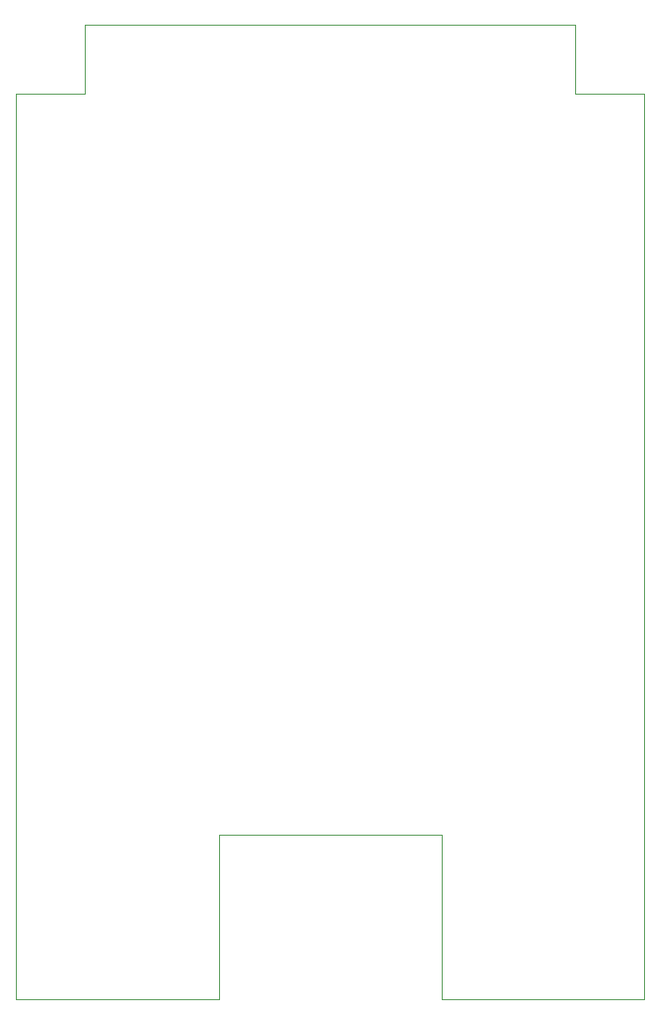
<source format=gbr>
%TF.GenerationSoftware,KiCad,Pcbnew,9.0.2*%
%TF.CreationDate,2025-07-08T13:27:17-05:00*%
%TF.ProjectId,Screamer Overdrive,53637265-616d-4657-9220-4f7665726472,rev?*%
%TF.SameCoordinates,Original*%
%TF.FileFunction,Profile,NP*%
%FSLAX46Y46*%
G04 Gerber Fmt 4.6, Leading zero omitted, Abs format (unit mm)*
G04 Created by KiCad (PCBNEW 9.0.2) date 2025-07-08 13:27:17*
%MOMM*%
%LPD*%
G01*
G04 APERTURE LIST*
%TA.AperFunction,Profile*%
%ADD10C,0.050800*%
%TD*%
G04 APERTURE END LIST*
D10*
X53721000Y112141000D02*
X60325000Y112141000D01*
X6731000Y112141000D02*
X6731000Y118745000D01*
X40894000Y41148000D02*
X40894000Y25400000D01*
X60325000Y25400000D02*
X60325000Y112141000D01*
X6731000Y118745000D02*
X53721000Y118745000D01*
X40894000Y25400000D02*
X60325000Y25400000D01*
X19558000Y41148000D02*
X40894000Y41148000D01*
X127000Y25400000D02*
X127000Y112141000D01*
X53721000Y118745000D02*
X53721000Y112141000D01*
X19558000Y41148000D02*
X19558000Y25400000D01*
X19558000Y25400000D02*
X127000Y25400000D01*
X127000Y112141000D02*
X6731000Y112141000D01*
M02*

</source>
